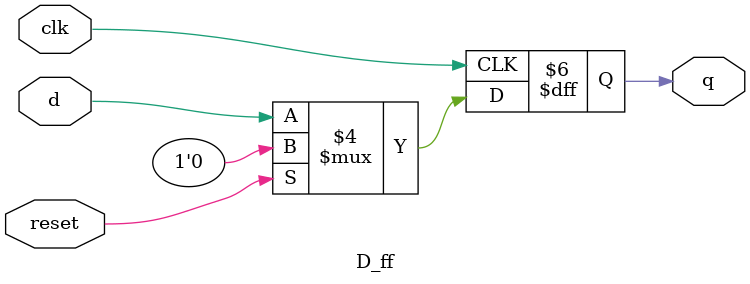
<source format=v>
module D_ff(input clk, input reset, input d, output reg q);
	always @ (negedge clk)
	begin
		if(reset==1)
			q=0;
		else
			q=d;
	end
endmodule
</source>
